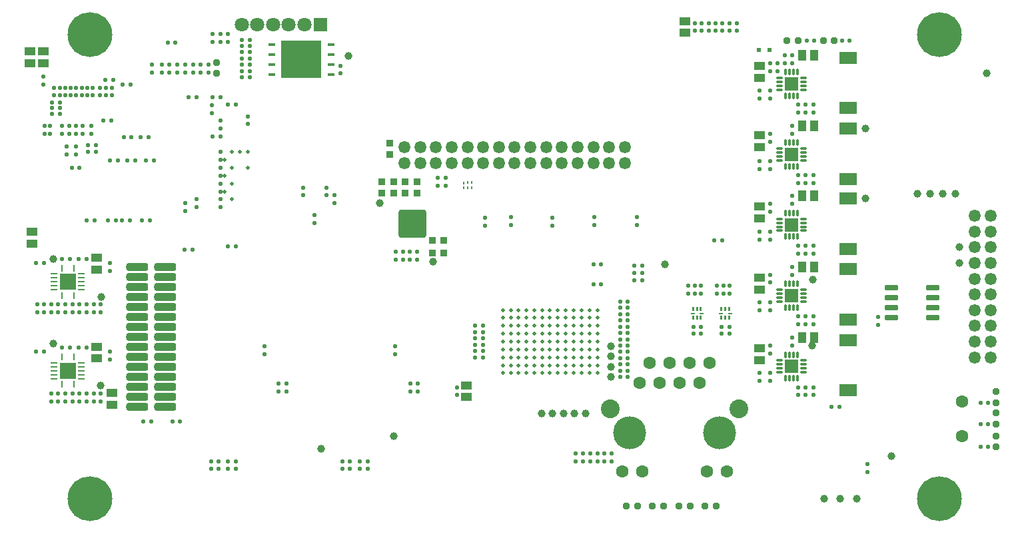
<source format=gbs>
G04*
G04 #@! TF.GenerationSoftware,Altium Limited,Altium Designer,20.2.6 (244)*
G04*
G04 Layer_Color=16711935*
%FSLAX23Y23*%
%MOIN*%
G70*
G04*
G04 #@! TF.SameCoordinates,639FE5A6-2B3C-4C9F-8317-67482E68A1A7*
G04*
G04*
G04 #@! TF.FilePolarity,Negative*
G04*
G01*
G75*
%ADD17R,0.043X0.055*%
G04:AMPARAMS|DCode=18|XSize=23mil|YSize=19mil|CornerRadius=5mil|HoleSize=0mil|Usage=FLASHONLY|Rotation=90.000|XOffset=0mil|YOffset=0mil|HoleType=Round|Shape=RoundedRectangle|*
%AMROUNDEDRECTD18*
21,1,0.023,0.009,0,0,90.0*
21,1,0.013,0.019,0,0,90.0*
1,1,0.009,0.005,0.007*
1,1,0.009,0.005,-0.007*
1,1,0.009,-0.005,-0.007*
1,1,0.009,-0.005,0.007*
%
%ADD18ROUNDEDRECTD18*%
G04:AMPARAMS|DCode=21|XSize=21mil|YSize=10mil|CornerRadius=1mil|HoleSize=0mil|Usage=FLASHONLY|Rotation=90.000|XOffset=0mil|YOffset=0mil|HoleType=Round|Shape=RoundedRectangle|*
%AMROUNDEDRECTD21*
21,1,0.021,0.007,0,0,90.0*
21,1,0.018,0.010,0,0,90.0*
1,1,0.003,0.003,0.009*
1,1,0.003,0.003,-0.009*
1,1,0.003,-0.003,-0.009*
1,1,0.003,-0.003,0.009*
%
%ADD21ROUNDEDRECTD21*%
G04:AMPARAMS|DCode=22|XSize=21mil|YSize=9mil|CornerRadius=1mil|HoleSize=0mil|Usage=FLASHONLY|Rotation=180.000|XOffset=0mil|YOffset=0mil|HoleType=Round|Shape=RoundedRectangle|*
%AMROUNDEDRECTD22*
21,1,0.021,0.007,0,0,180.0*
21,1,0.018,0.009,0,0,180.0*
1,1,0.003,-0.009,0.003*
1,1,0.003,0.009,0.003*
1,1,0.003,0.009,-0.003*
1,1,0.003,-0.009,-0.003*
%
%ADD22ROUNDEDRECTD22*%
%ADD23R,0.038X0.032*%
G04:AMPARAMS|DCode=25|XSize=23mil|YSize=19mil|CornerRadius=5mil|HoleSize=0mil|Usage=FLASHONLY|Rotation=180.000|XOffset=0mil|YOffset=0mil|HoleType=Round|Shape=RoundedRectangle|*
%AMROUNDEDRECTD25*
21,1,0.023,0.009,0,0,180.0*
21,1,0.013,0.019,0,0,180.0*
1,1,0.009,-0.007,0.005*
1,1,0.009,0.007,0.005*
1,1,0.009,0.007,-0.005*
1,1,0.009,-0.007,-0.005*
%
%ADD25ROUNDEDRECTD25*%
%ADD27R,0.032X0.038*%
%ADD28R,0.055X0.043*%
G04:AMPARAMS|DCode=30|XSize=31mil|YSize=31mil|CornerRadius=8mil|HoleSize=0mil|Usage=FLASHONLY|Rotation=270.000|XOffset=0mil|YOffset=0mil|HoleType=Round|Shape=RoundedRectangle|*
%AMROUNDEDRECTD30*
21,1,0.031,0.015,0,0,270.0*
21,1,0.015,0.031,0,0,270.0*
1,1,0.015,-0.008,-0.008*
1,1,0.015,-0.008,0.008*
1,1,0.015,0.008,0.008*
1,1,0.015,0.008,-0.008*
%
%ADD30ROUNDEDRECTD30*%
G04:AMPARAMS|DCode=38|XSize=142mil|YSize=142mil|CornerRadius=17mil|HoleSize=0mil|Usage=FLASHONLY|Rotation=180.000|XOffset=0mil|YOffset=0mil|HoleType=Round|Shape=RoundedRectangle|*
%AMROUNDEDRECTD38*
21,1,0.142,0.107,0,0,180.0*
21,1,0.107,0.142,0,0,180.0*
1,1,0.035,-0.054,0.054*
1,1,0.035,0.054,0.054*
1,1,0.035,0.054,-0.054*
1,1,0.035,-0.054,-0.054*
%
%ADD38ROUNDEDRECTD38*%
%ADD51C,0.035*%
%ADD66C,0.224*%
%ADD67C,0.028*%
%ADD68C,0.039*%
G04:AMPARAMS|DCode=69|XSize=59mil|YSize=59mil|CornerRadius=24mil|HoleSize=0mil|Usage=FLASHONLY|Rotation=270.000|XOffset=0mil|YOffset=0mil|HoleType=Round|Shape=RoundedRectangle|*
%AMROUNDEDRECTD69*
21,1,0.059,0.010,0,0,270.0*
21,1,0.010,0.059,0,0,270.0*
1,1,0.049,-0.005,-0.005*
1,1,0.049,-0.005,0.005*
1,1,0.049,0.005,0.005*
1,1,0.049,0.005,-0.005*
%
%ADD69ROUNDEDRECTD69*%
%ADD70C,0.071*%
%ADD71R,0.067X0.067*%
%ADD72C,0.063*%
%ADD73C,0.063*%
%ADD74C,0.094*%
%ADD75C,0.165*%
G04:AMPARAMS|DCode=76|XSize=59mil|YSize=59mil|CornerRadius=24mil|HoleSize=0mil|Usage=FLASHONLY|Rotation=0.000|XOffset=0mil|YOffset=0mil|HoleType=Round|Shape=RoundedRectangle|*
%AMROUNDEDRECTD76*
21,1,0.059,0.010,0,0,0.0*
21,1,0.010,0.059,0,0,0.0*
1,1,0.049,0.005,-0.005*
1,1,0.049,-0.005,-0.005*
1,1,0.049,-0.005,0.005*
1,1,0.049,0.005,0.005*
%
%ADD76ROUNDEDRECTD76*%
%ADD77C,0.020*%
%ADD111R,0.087X0.059*%
G04:AMPARAMS|DCode=112|XSize=69mil|YSize=69mil|CornerRadius=3mil|HoleSize=0mil|Usage=FLASHONLY|Rotation=90.000|XOffset=0mil|YOffset=0mil|HoleType=Round|Shape=RoundedRectangle|*
%AMROUNDEDRECTD112*
21,1,0.069,0.062,0,0,90.0*
21,1,0.062,0.069,0,0,90.0*
1,1,0.007,0.031,0.031*
1,1,0.007,0.031,-0.031*
1,1,0.007,-0.031,-0.031*
1,1,0.007,-0.031,0.031*
%
%ADD112ROUNDEDRECTD112*%
G04:AMPARAMS|DCode=113|XSize=31mil|YSize=12mil|CornerRadius=3mil|HoleSize=0mil|Usage=FLASHONLY|Rotation=90.000|XOffset=0mil|YOffset=0mil|HoleType=Round|Shape=RoundedRectangle|*
%AMROUNDEDRECTD113*
21,1,0.031,0.006,0,0,90.0*
21,1,0.026,0.012,0,0,90.0*
1,1,0.006,0.003,0.013*
1,1,0.006,0.003,-0.013*
1,1,0.006,-0.003,-0.013*
1,1,0.006,-0.003,0.013*
%
%ADD113ROUNDEDRECTD113*%
G04:AMPARAMS|DCode=114|XSize=31mil|YSize=12mil|CornerRadius=3mil|HoleSize=0mil|Usage=FLASHONLY|Rotation=180.000|XOffset=0mil|YOffset=0mil|HoleType=Round|Shape=RoundedRectangle|*
%AMROUNDEDRECTD114*
21,1,0.031,0.006,0,0,180.0*
21,1,0.026,0.012,0,0,180.0*
1,1,0.006,-0.013,0.003*
1,1,0.006,0.013,0.003*
1,1,0.006,0.013,-0.003*
1,1,0.006,-0.013,-0.003*
%
%ADD114ROUNDEDRECTD114*%
G04:AMPARAMS|DCode=115|XSize=31mil|YSize=31mil|CornerRadius=8mil|HoleSize=0mil|Usage=FLASHONLY|Rotation=180.000|XOffset=0mil|YOffset=0mil|HoleType=Round|Shape=RoundedRectangle|*
%AMROUNDEDRECTD115*
21,1,0.031,0.015,0,0,180.0*
21,1,0.015,0.031,0,0,180.0*
1,1,0.015,-0.008,0.008*
1,1,0.015,0.008,0.008*
1,1,0.015,0.008,-0.008*
1,1,0.015,-0.008,-0.008*
%
%ADD115ROUNDEDRECTD115*%
%ADD116R,0.011X0.033*%
%ADD117R,0.033X0.011*%
%ADD118R,0.081X0.081*%
%ADD119R,0.203X0.189*%
%ADD120R,0.032X0.017*%
%ADD121R,0.008X0.012*%
%ADD122R,0.008X0.014*%
G04:AMPARAMS|DCode=123|XSize=28mil|YSize=67mil|CornerRadius=7mil|HoleSize=0mil|Usage=FLASHONLY|Rotation=270.000|XOffset=0mil|YOffset=0mil|HoleType=Round|Shape=RoundedRectangle|*
%AMROUNDEDRECTD123*
21,1,0.028,0.053,0,0,270.0*
21,1,0.014,0.067,0,0,270.0*
1,1,0.014,-0.027,-0.007*
1,1,0.014,-0.027,0.007*
1,1,0.014,0.027,0.007*
1,1,0.014,0.027,-0.007*
%
%ADD123ROUNDEDRECTD123*%
%ADD124R,0.020X0.024*%
%ADD126C,0.019*%
G04:AMPARAMS|DCode=127|XSize=39mil|YSize=110mil|CornerRadius=12mil|HoleSize=0mil|Usage=FLASHONLY|Rotation=90.000|XOffset=0mil|YOffset=0mil|HoleType=Round|Shape=RoundedRectangle|*
%AMROUNDEDRECTD127*
21,1,0.039,0.087,0,0,90.0*
21,1,0.016,0.110,0,0,90.0*
1,1,0.024,0.043,0.008*
1,1,0.024,0.043,-0.008*
1,1,0.024,-0.043,-0.008*
1,1,0.024,-0.043,0.008*
%
%ADD127ROUNDEDRECTD127*%
D17*
X3919Y1280D02*
D03*
X3978D02*
D03*
X3978Y1986D02*
D03*
X3919D02*
D03*
X3919Y1634D02*
D03*
X3978D02*
D03*
X3978Y2339D02*
D03*
X3919D02*
D03*
X3919Y925D02*
D03*
X3978D02*
D03*
D18*
X1882Y882D02*
D03*
Y843D02*
D03*
X122Y2193D02*
D03*
Y2232D02*
D03*
X1008Y1657D02*
D03*
Y1697D02*
D03*
X1146Y2033D02*
D03*
Y1994D02*
D03*
X1579Y1598D02*
D03*
Y1638D02*
D03*
X4244Y252D02*
D03*
Y291D02*
D03*
X890Y1618D02*
D03*
Y1579D02*
D03*
X3350Y1185D02*
D03*
Y1146D02*
D03*
X3382D02*
D03*
Y1185D02*
D03*
X3413D02*
D03*
Y1146D02*
D03*
X3492Y1185D02*
D03*
Y1146D02*
D03*
X3524Y1185D02*
D03*
Y1146D02*
D03*
X3555D02*
D03*
Y1185D02*
D03*
X3760Y886D02*
D03*
Y846D02*
D03*
X3760Y1201D02*
D03*
Y1240D02*
D03*
X3760Y1555D02*
D03*
Y1594D02*
D03*
X3760Y748D02*
D03*
Y709D02*
D03*
X3705Y748D02*
D03*
Y709D02*
D03*
X3705Y1417D02*
D03*
Y1457D02*
D03*
X3760Y1417D02*
D03*
Y1457D02*
D03*
X792Y2252D02*
D03*
Y2291D02*
D03*
X3417Y2500D02*
D03*
Y2461D02*
D03*
X3520D02*
D03*
Y2500D02*
D03*
X3591Y2461D02*
D03*
Y2500D02*
D03*
X3382D02*
D03*
Y2461D02*
D03*
X967Y2050D02*
D03*
Y2090D02*
D03*
X4299Y1028D02*
D03*
Y988D02*
D03*
X3453Y2500D02*
D03*
Y2461D02*
D03*
X3555Y2500D02*
D03*
Y2461D02*
D03*
X3486Y2500D02*
D03*
Y2461D02*
D03*
X1008Y1815D02*
D03*
Y1854D02*
D03*
Y1579D02*
D03*
Y1618D02*
D03*
Y2012D02*
D03*
Y1972D02*
D03*
Y1736D02*
D03*
Y1776D02*
D03*
X1539Y1677D02*
D03*
Y1638D02*
D03*
X1421D02*
D03*
Y1677D02*
D03*
X1480Y1500D02*
D03*
Y1539D02*
D03*
X831Y1598D02*
D03*
Y1559D02*
D03*
X1228Y882D02*
D03*
Y843D02*
D03*
X1957Y1315D02*
D03*
Y1354D02*
D03*
X1921Y1315D02*
D03*
Y1354D02*
D03*
X2331Y1524D02*
D03*
Y1484D02*
D03*
X2461Y1528D02*
D03*
Y1488D02*
D03*
X2669Y1484D02*
D03*
Y1524D02*
D03*
X2787Y307D02*
D03*
Y346D02*
D03*
X2823Y346D02*
D03*
Y307D02*
D03*
X2858Y346D02*
D03*
Y307D02*
D03*
X2894Y307D02*
D03*
Y346D02*
D03*
X2929Y346D02*
D03*
Y307D02*
D03*
X2965D02*
D03*
Y346D02*
D03*
X2193Y638D02*
D03*
Y677D02*
D03*
X1997Y697D02*
D03*
Y657D02*
D03*
X1958Y657D02*
D03*
Y697D02*
D03*
X1300Y657D02*
D03*
Y697D02*
D03*
X1340D02*
D03*
Y657D02*
D03*
X3705Y1770D02*
D03*
Y1809D02*
D03*
X286Y1882D02*
D03*
Y1843D02*
D03*
X240D02*
D03*
Y1882D02*
D03*
X130Y1984D02*
D03*
Y1945D02*
D03*
X157Y1984D02*
D03*
Y1945D02*
D03*
X362D02*
D03*
Y1984D02*
D03*
X252Y1945D02*
D03*
Y1984D02*
D03*
X287Y1945D02*
D03*
Y1984D02*
D03*
X319Y1945D02*
D03*
Y1984D02*
D03*
X217D02*
D03*
Y1945D02*
D03*
X437Y2177D02*
D03*
Y2138D02*
D03*
X205Y2177D02*
D03*
Y2138D02*
D03*
X465Y2138D02*
D03*
Y2177D02*
D03*
X406Y2138D02*
D03*
Y2177D02*
D03*
X232Y2177D02*
D03*
Y2138D02*
D03*
X177D02*
D03*
Y2177D02*
D03*
X260D02*
D03*
Y2138D02*
D03*
X287D02*
D03*
Y2177D02*
D03*
X315Y2138D02*
D03*
Y2177D02*
D03*
X343D02*
D03*
Y2138D02*
D03*
X370D02*
D03*
Y2177D02*
D03*
X2134Y1685D02*
D03*
Y1724D02*
D03*
X2094D02*
D03*
Y1685D02*
D03*
X1992Y1315D02*
D03*
Y1354D02*
D03*
X1886D02*
D03*
Y1315D02*
D03*
X1610Y2287D02*
D03*
Y2248D02*
D03*
X910Y2291D02*
D03*
Y2252D02*
D03*
X716D02*
D03*
Y2291D02*
D03*
X1009Y2406D02*
D03*
Y2445D02*
D03*
X832Y2252D02*
D03*
Y2291D02*
D03*
X753D02*
D03*
Y2252D02*
D03*
X1047Y2445D02*
D03*
Y2406D02*
D03*
X969Y2406D02*
D03*
Y2445D02*
D03*
X871Y2252D02*
D03*
Y2291D02*
D03*
X374Y646D02*
D03*
Y606D02*
D03*
X374Y1051D02*
D03*
Y1091D02*
D03*
X3760Y1907D02*
D03*
Y1947D02*
D03*
X3760Y1102D02*
D03*
Y1063D02*
D03*
X3870Y1634D02*
D03*
Y1594D02*
D03*
X3870Y1986D02*
D03*
Y1947D02*
D03*
X3760Y2260D02*
D03*
Y2299D02*
D03*
X3870Y1280D02*
D03*
Y1240D02*
D03*
X457Y815D02*
D03*
Y854D02*
D03*
X268Y646D02*
D03*
Y606D02*
D03*
X197Y606D02*
D03*
Y646D02*
D03*
X161Y646D02*
D03*
Y606D02*
D03*
X457Y1299D02*
D03*
Y1260D02*
D03*
X268Y1051D02*
D03*
Y1091D02*
D03*
X197D02*
D03*
Y1051D02*
D03*
X161D02*
D03*
Y1091D02*
D03*
X667Y2252D02*
D03*
Y2291D02*
D03*
X3760Y1770D02*
D03*
Y1809D02*
D03*
X3870Y2299D02*
D03*
Y2339D02*
D03*
X3760Y2122D02*
D03*
Y2161D02*
D03*
X3870Y886D02*
D03*
Y925D02*
D03*
X3091Y1528D02*
D03*
Y1488D02*
D03*
X2878Y1528D02*
D03*
Y1488D02*
D03*
X3705Y2122D02*
D03*
Y2161D02*
D03*
X3705Y1102D02*
D03*
Y1063D02*
D03*
X3898Y1699D02*
D03*
Y1738D02*
D03*
X409Y606D02*
D03*
Y646D02*
D03*
X409Y1091D02*
D03*
Y1051D02*
D03*
X3937Y2051D02*
D03*
Y2091D02*
D03*
X3795Y2299D02*
D03*
Y2260D02*
D03*
X3937Y638D02*
D03*
Y677D02*
D03*
X3898Y1346D02*
D03*
Y1386D02*
D03*
X3976Y1386D02*
D03*
Y1346D02*
D03*
X3937Y1386D02*
D03*
Y1346D02*
D03*
X3976Y1699D02*
D03*
Y1738D02*
D03*
X3937Y1699D02*
D03*
Y1738D02*
D03*
X3898Y2051D02*
D03*
Y2091D02*
D03*
X303Y606D02*
D03*
Y646D02*
D03*
X232Y646D02*
D03*
Y606D02*
D03*
X339Y606D02*
D03*
Y646D02*
D03*
X303Y1091D02*
D03*
Y1051D02*
D03*
X126Y1051D02*
D03*
Y1091D02*
D03*
X232Y1091D02*
D03*
Y1051D02*
D03*
X339D02*
D03*
Y1091D02*
D03*
X3831Y2339D02*
D03*
Y2299D02*
D03*
X3976Y2091D02*
D03*
Y2051D02*
D03*
X3898Y992D02*
D03*
Y1031D02*
D03*
X3976Y1031D02*
D03*
Y992D02*
D03*
X3937Y1031D02*
D03*
Y992D02*
D03*
X3898Y677D02*
D03*
Y638D02*
D03*
X3976Y638D02*
D03*
Y677D02*
D03*
X91Y1051D02*
D03*
Y1091D02*
D03*
X949Y2252D02*
D03*
Y2291D02*
D03*
D21*
X3555Y1070D02*
D03*
X3535D02*
D03*
X3516D02*
D03*
Y1024D02*
D03*
X3535D02*
D03*
X3555D02*
D03*
X3413Y1070D02*
D03*
X3394D02*
D03*
X3374D02*
D03*
Y1024D02*
D03*
X3394D02*
D03*
X3413D02*
D03*
D22*
X3558Y1047D02*
D03*
X3512D02*
D03*
X3417Y1047D02*
D03*
X3371D02*
D03*
D23*
X1854Y1842D02*
D03*
Y1898D02*
D03*
X1815Y1705D02*
D03*
Y1649D02*
D03*
X1874Y1649D02*
D03*
Y1705D02*
D03*
X1933Y1705D02*
D03*
Y1649D02*
D03*
X1992Y1705D02*
D03*
Y1649D02*
D03*
D25*
X744Y2402D02*
D03*
X783D02*
D03*
X461Y2012D02*
D03*
X421D02*
D03*
X563Y1929D02*
D03*
X524D02*
D03*
X339Y1512D02*
D03*
X378D02*
D03*
X445D02*
D03*
X484D02*
D03*
X1085Y1382D02*
D03*
X1045D02*
D03*
X830Y1364D02*
D03*
X869D02*
D03*
X3374Y945D02*
D03*
X3413D02*
D03*
X3555Y945D02*
D03*
X3516D02*
D03*
X2874Y1193D02*
D03*
X2913D02*
D03*
X3480Y1413D02*
D03*
X3520D02*
D03*
X2913Y1291D02*
D03*
X2874D02*
D03*
X890Y2130D02*
D03*
X850D02*
D03*
X472Y2217D02*
D03*
X433D02*
D03*
X583Y1811D02*
D03*
X543D02*
D03*
X969Y2130D02*
D03*
X1008D02*
D03*
X676Y1811D02*
D03*
X637D02*
D03*
X516Y1512D02*
D03*
X555D02*
D03*
X610Y1929D02*
D03*
X650D02*
D03*
X303Y1776D02*
D03*
X264D02*
D03*
X559Y2193D02*
D03*
X520D02*
D03*
X654Y1512D02*
D03*
X614D02*
D03*
X1047Y2091D02*
D03*
X1087D02*
D03*
X969Y1933D02*
D03*
X1008D02*
D03*
X4106Y579D02*
D03*
X4067D02*
D03*
X4118Y2413D02*
D03*
X4157D02*
D03*
X4811Y378D02*
D03*
X4850D02*
D03*
X4811Y492D02*
D03*
X4850D02*
D03*
X4850Y598D02*
D03*
X4811D02*
D03*
X661Y504D02*
D03*
X622D02*
D03*
X807D02*
D03*
X768D02*
D03*
X2283Y827D02*
D03*
X2323D02*
D03*
Y858D02*
D03*
X2283D02*
D03*
X2283Y953D02*
D03*
X2323D02*
D03*
X2283Y984D02*
D03*
X2323D02*
D03*
X2323Y921D02*
D03*
X2283D02*
D03*
Y890D02*
D03*
X2323D02*
D03*
X3118Y1213D02*
D03*
X3079D02*
D03*
X1705Y268D02*
D03*
X1744D02*
D03*
X1618Y307D02*
D03*
X1657D02*
D03*
X1744Y307D02*
D03*
X1705D02*
D03*
X1047Y268D02*
D03*
X1087D02*
D03*
X1047Y307D02*
D03*
X1087D02*
D03*
X1000D02*
D03*
X961D02*
D03*
X3118Y1287D02*
D03*
X3079D02*
D03*
Y1248D02*
D03*
X3118D02*
D03*
X1114Y2228D02*
D03*
X1154D02*
D03*
X1154Y2260D02*
D03*
X1114D02*
D03*
X386Y1854D02*
D03*
X346D02*
D03*
X457Y1811D02*
D03*
X496D02*
D03*
X165Y2047D02*
D03*
X205D02*
D03*
Y2075D02*
D03*
X165D02*
D03*
X205Y2102D02*
D03*
X165D02*
D03*
X1154Y2386D02*
D03*
X1114D02*
D03*
Y2417D02*
D03*
X1154D02*
D03*
X1114Y2354D02*
D03*
X1154D02*
D03*
X126Y854D02*
D03*
X87D02*
D03*
X87Y1299D02*
D03*
X126D02*
D03*
X3047Y760D02*
D03*
X3008D02*
D03*
Y854D02*
D03*
X3047D02*
D03*
X3047Y949D02*
D03*
X3008D02*
D03*
X3008Y1043D02*
D03*
X3047D02*
D03*
X1000Y268D02*
D03*
X961D02*
D03*
X1114Y2323D02*
D03*
X1154D02*
D03*
X1114Y2291D02*
D03*
X1154D02*
D03*
X3980Y2413D02*
D03*
X3941D02*
D03*
X299Y874D02*
D03*
X339D02*
D03*
X217Y874D02*
D03*
X256D02*
D03*
X339Y1319D02*
D03*
X299D02*
D03*
X217D02*
D03*
X256D02*
D03*
X3008Y1106D02*
D03*
X3047D02*
D03*
X3047Y728D02*
D03*
X3008D02*
D03*
Y791D02*
D03*
X3047D02*
D03*
X3047Y823D02*
D03*
X3008D02*
D03*
X3008Y886D02*
D03*
X3047D02*
D03*
Y917D02*
D03*
X3008D02*
D03*
Y980D02*
D03*
X3047D02*
D03*
X3047Y1012D02*
D03*
X3008D02*
D03*
Y1075D02*
D03*
X3047D02*
D03*
X386Y1890D02*
D03*
X346D02*
D03*
X3555Y980D02*
D03*
X3516D02*
D03*
X3374Y980D02*
D03*
X3413D02*
D03*
X1657Y268D02*
D03*
X1618D02*
D03*
D27*
X2126Y1350D02*
D03*
X2070D02*
D03*
X2070Y1413D02*
D03*
X2126D02*
D03*
D28*
X3331Y2510D02*
D03*
Y2451D02*
D03*
X67Y1455D02*
D03*
Y1396D02*
D03*
X55Y2358D02*
D03*
Y2299D02*
D03*
X122D02*
D03*
Y2358D02*
D03*
X2240Y628D02*
D03*
Y687D02*
D03*
X465Y648D02*
D03*
Y589D02*
D03*
X3705Y1939D02*
D03*
Y1880D02*
D03*
X3705Y2226D02*
D03*
Y2285D02*
D03*
X3705Y1226D02*
D03*
Y1167D02*
D03*
X3705Y813D02*
D03*
Y872D02*
D03*
X390Y880D02*
D03*
Y821D02*
D03*
Y1266D02*
D03*
Y1325D02*
D03*
X3705Y1522D02*
D03*
Y1581D02*
D03*
D30*
X4889Y378D02*
D03*
Y433D02*
D03*
Y492D02*
D03*
Y548D02*
D03*
Y599D02*
D03*
Y654D02*
D03*
X988Y2303D02*
D03*
Y2248D02*
D03*
D38*
X1969Y1496D02*
D03*
D51*
X1927Y1534D02*
D03*
Y1494D02*
D03*
Y1455D02*
D03*
X1966D02*
D03*
Y1494D02*
D03*
Y1534D02*
D03*
X2006Y1455D02*
D03*
Y1494D02*
D03*
Y1534D02*
D03*
X4606Y2530D02*
D03*
Y2352D02*
D03*
X4518Y2441D02*
D03*
X4695D02*
D03*
X4547Y2372D02*
D03*
X4675Y2382D02*
D03*
X4547Y2510D02*
D03*
X4675Y2500D02*
D03*
X4537Y59D02*
D03*
X4665Y49D02*
D03*
X4537Y177D02*
D03*
X4665Y187D02*
D03*
X4518Y118D02*
D03*
X4695D02*
D03*
X4606Y207D02*
D03*
Y30D02*
D03*
X354D02*
D03*
Y207D02*
D03*
X443Y118D02*
D03*
X266D02*
D03*
X413Y187D02*
D03*
X285Y177D02*
D03*
X413Y49D02*
D03*
X285Y59D02*
D03*
X423Y2500D02*
D03*
X295Y2510D02*
D03*
X423Y2382D02*
D03*
X295Y2372D02*
D03*
X443Y2441D02*
D03*
X266D02*
D03*
X354Y2352D02*
D03*
Y2530D02*
D03*
D66*
X4606Y2441D02*
D03*
Y118D02*
D03*
X354D02*
D03*
Y2441D02*
D03*
D67*
X3850Y1120D02*
D03*
Y1151D02*
D03*
X3882D02*
D03*
Y1120D02*
D03*
X3882Y765D02*
D03*
Y797D02*
D03*
X3850D02*
D03*
Y765D02*
D03*
X3850Y1474D02*
D03*
Y1506D02*
D03*
X3882D02*
D03*
Y1474D02*
D03*
X3850Y2179D02*
D03*
Y2210D02*
D03*
X3882D02*
D03*
Y2179D02*
D03*
X3850Y1827D02*
D03*
Y1858D02*
D03*
X3882D02*
D03*
Y1827D02*
D03*
D68*
X1650Y2335D02*
D03*
X2835Y547D02*
D03*
X2614D02*
D03*
X2669D02*
D03*
X2724D02*
D03*
X2780D02*
D03*
X2961Y728D02*
D03*
X4622Y1646D02*
D03*
X4110Y118D02*
D03*
X3232Y1293D02*
D03*
X4236Y1622D02*
D03*
Y1972D02*
D03*
X4559Y1646D02*
D03*
X4496D02*
D03*
X4843Y2248D02*
D03*
X2961Y882D02*
D03*
Y831D02*
D03*
Y780D02*
D03*
X1807Y1598D02*
D03*
X4705Y1378D02*
D03*
X2071Y1307D02*
D03*
X3969Y886D02*
D03*
X3972Y1217D02*
D03*
X173Y1319D02*
D03*
Y894D02*
D03*
X4705Y1299D02*
D03*
X4028Y118D02*
D03*
X4366Y331D02*
D03*
X409Y685D02*
D03*
X4685Y1646D02*
D03*
X411Y1130D02*
D03*
X4193Y118D02*
D03*
X1874Y433D02*
D03*
X1512Y370D02*
D03*
D69*
X4783Y827D02*
D03*
Y906D02*
D03*
Y984D02*
D03*
Y1063D02*
D03*
X4862Y827D02*
D03*
Y906D02*
D03*
Y984D02*
D03*
Y1063D02*
D03*
X4783Y1142D02*
D03*
Y1220D02*
D03*
Y1299D02*
D03*
Y1378D02*
D03*
Y1457D02*
D03*
Y1535D02*
D03*
X4862Y1142D02*
D03*
Y1220D02*
D03*
Y1299D02*
D03*
Y1378D02*
D03*
Y1457D02*
D03*
Y1535D02*
D03*
D70*
X1114Y2492D02*
D03*
X1350D02*
D03*
X1272D02*
D03*
X1193D02*
D03*
X1429D02*
D03*
D71*
X1508D02*
D03*
D72*
X4719Y431D02*
D03*
Y605D02*
D03*
D73*
X3541Y256D02*
D03*
X3455Y799D02*
D03*
X3019Y256D02*
D03*
X3441D02*
D03*
X3355Y799D02*
D03*
X3255D02*
D03*
X3205Y699D02*
D03*
X3155Y799D02*
D03*
X3105Y699D02*
D03*
X3305D02*
D03*
X3405D02*
D03*
X3119Y256D02*
D03*
D74*
X2959Y569D02*
D03*
X3601D02*
D03*
D75*
X3505Y449D02*
D03*
X3055D02*
D03*
D76*
X3031Y1799D02*
D03*
Y1878D02*
D03*
X1929Y1799D02*
D03*
X2008D02*
D03*
X2087D02*
D03*
X2165D02*
D03*
X2244D02*
D03*
X2323D02*
D03*
X1929Y1878D02*
D03*
X2008D02*
D03*
X2087D02*
D03*
X2165D02*
D03*
X2244D02*
D03*
X2323D02*
D03*
X2402Y1799D02*
D03*
X2480D02*
D03*
X2559D02*
D03*
X2638D02*
D03*
X2402Y1878D02*
D03*
X2480D02*
D03*
X2559D02*
D03*
X2638D02*
D03*
X2717Y1799D02*
D03*
X2795D02*
D03*
X2874D02*
D03*
X2953D02*
D03*
X2717Y1878D02*
D03*
X2795D02*
D03*
X2874D02*
D03*
X2953D02*
D03*
D77*
X1106Y1854D02*
D03*
X1028Y1657D02*
D03*
Y1736D02*
D03*
Y1815D02*
D03*
X1146Y1776D02*
D03*
X1067Y1618D02*
D03*
Y1697D02*
D03*
Y1776D02*
D03*
X1146Y1854D02*
D03*
X1067D02*
D03*
D111*
X4150Y2075D02*
D03*
Y2327D02*
D03*
X4150Y1720D02*
D03*
Y1972D02*
D03*
X4150Y1370D02*
D03*
Y1622D02*
D03*
X4150Y1268D02*
D03*
Y1016D02*
D03*
X4150Y661D02*
D03*
Y913D02*
D03*
D112*
X3866Y1135D02*
D03*
X3866Y781D02*
D03*
X3866Y1490D02*
D03*
X3866Y2194D02*
D03*
X3866Y1843D02*
D03*
D113*
X3896Y1194D02*
D03*
X3876D02*
D03*
X3856D02*
D03*
X3837D02*
D03*
Y1076D02*
D03*
X3856D02*
D03*
X3876D02*
D03*
X3896D02*
D03*
X3896Y722D02*
D03*
X3876D02*
D03*
X3856D02*
D03*
X3837D02*
D03*
Y840D02*
D03*
X3856D02*
D03*
X3876D02*
D03*
X3896D02*
D03*
X3896Y1549D02*
D03*
X3876D02*
D03*
X3856D02*
D03*
X3837D02*
D03*
Y1431D02*
D03*
X3856D02*
D03*
X3876D02*
D03*
X3896D02*
D03*
X3896Y2254D02*
D03*
X3876D02*
D03*
X3856D02*
D03*
X3837D02*
D03*
Y2135D02*
D03*
X3856D02*
D03*
X3876D02*
D03*
X3896D02*
D03*
X3896Y1902D02*
D03*
X3876D02*
D03*
X3856D02*
D03*
X3837D02*
D03*
Y1783D02*
D03*
X3856D02*
D03*
X3876D02*
D03*
X3896D02*
D03*
D114*
X3807Y1165D02*
D03*
Y1145D02*
D03*
Y1126D02*
D03*
Y1106D02*
D03*
X3925D02*
D03*
Y1126D02*
D03*
Y1145D02*
D03*
Y1165D02*
D03*
X3925Y811D02*
D03*
Y791D02*
D03*
Y771D02*
D03*
Y752D02*
D03*
X3807D02*
D03*
Y771D02*
D03*
Y791D02*
D03*
Y811D02*
D03*
X3807Y1520D02*
D03*
Y1500D02*
D03*
Y1480D02*
D03*
Y1461D02*
D03*
X3925D02*
D03*
Y1480D02*
D03*
Y1500D02*
D03*
Y1520D02*
D03*
X3807Y2224D02*
D03*
Y2204D02*
D03*
Y2185D02*
D03*
Y2165D02*
D03*
X3925D02*
D03*
Y2185D02*
D03*
Y2204D02*
D03*
Y2224D02*
D03*
X3807Y1872D02*
D03*
Y1852D02*
D03*
Y1833D02*
D03*
Y1813D02*
D03*
X3925D02*
D03*
Y1833D02*
D03*
Y1852D02*
D03*
Y1872D02*
D03*
D115*
X4024Y2413D02*
D03*
X4079D02*
D03*
X3433Y83D02*
D03*
X3488D02*
D03*
X3358D02*
D03*
X3303D02*
D03*
X3224Y83D02*
D03*
X3169D02*
D03*
X3039Y83D02*
D03*
X3094D02*
D03*
X3898Y2413D02*
D03*
X3843D02*
D03*
D116*
X274Y1273D02*
D03*
Y1137D02*
D03*
X215D02*
D03*
Y1273D02*
D03*
Y828D02*
D03*
Y692D02*
D03*
X274D02*
D03*
Y828D02*
D03*
D117*
X312Y1244D02*
D03*
Y1224D02*
D03*
Y1205D02*
D03*
Y1185D02*
D03*
Y1165D02*
D03*
X176D02*
D03*
Y1185D02*
D03*
Y1205D02*
D03*
Y1224D02*
D03*
Y1244D02*
D03*
Y799D02*
D03*
Y780D02*
D03*
Y760D02*
D03*
Y740D02*
D03*
Y720D02*
D03*
X312D02*
D03*
Y740D02*
D03*
Y760D02*
D03*
Y780D02*
D03*
Y799D02*
D03*
D118*
X244Y1205D02*
D03*
X244Y760D02*
D03*
D119*
X1413Y2318D02*
D03*
D120*
X1563Y2243D02*
D03*
Y2293D02*
D03*
Y2343D02*
D03*
Y2393D02*
D03*
X1264D02*
D03*
Y2343D02*
D03*
Y2293D02*
D03*
Y2243D02*
D03*
D121*
X2224Y1677D02*
D03*
X2244D02*
D03*
X2264D02*
D03*
Y1701D02*
D03*
X2244D02*
D03*
D122*
X2224Y1700D02*
D03*
D123*
X4571Y1177D02*
D03*
Y1127D02*
D03*
Y1077D02*
D03*
Y1027D02*
D03*
X4366Y1177D02*
D03*
Y1127D02*
D03*
Y1077D02*
D03*
Y1027D02*
D03*
D124*
X3701Y2366D02*
D03*
X3756D02*
D03*
D126*
X2894Y748D02*
D03*
Y787D02*
D03*
Y827D02*
D03*
Y866D02*
D03*
Y906D02*
D03*
Y945D02*
D03*
Y984D02*
D03*
Y1024D02*
D03*
Y1063D02*
D03*
X2854Y748D02*
D03*
Y787D02*
D03*
Y827D02*
D03*
Y866D02*
D03*
Y906D02*
D03*
Y945D02*
D03*
Y984D02*
D03*
Y1024D02*
D03*
Y1063D02*
D03*
X2815Y748D02*
D03*
Y787D02*
D03*
Y827D02*
D03*
Y866D02*
D03*
Y906D02*
D03*
Y945D02*
D03*
Y984D02*
D03*
Y1024D02*
D03*
Y1063D02*
D03*
X2776Y748D02*
D03*
Y787D02*
D03*
Y827D02*
D03*
Y866D02*
D03*
Y906D02*
D03*
Y945D02*
D03*
Y984D02*
D03*
Y1024D02*
D03*
Y1063D02*
D03*
X2736Y748D02*
D03*
Y787D02*
D03*
Y827D02*
D03*
Y866D02*
D03*
Y906D02*
D03*
Y945D02*
D03*
Y984D02*
D03*
Y1024D02*
D03*
Y1063D02*
D03*
X2697Y748D02*
D03*
Y787D02*
D03*
Y827D02*
D03*
Y866D02*
D03*
Y906D02*
D03*
Y945D02*
D03*
Y984D02*
D03*
Y1024D02*
D03*
Y1063D02*
D03*
X2657Y748D02*
D03*
Y787D02*
D03*
Y827D02*
D03*
Y866D02*
D03*
Y906D02*
D03*
Y945D02*
D03*
Y984D02*
D03*
Y1024D02*
D03*
Y1063D02*
D03*
X2618Y748D02*
D03*
Y787D02*
D03*
Y827D02*
D03*
Y866D02*
D03*
Y906D02*
D03*
Y945D02*
D03*
Y984D02*
D03*
Y1024D02*
D03*
Y1063D02*
D03*
X2579Y748D02*
D03*
Y787D02*
D03*
Y827D02*
D03*
Y866D02*
D03*
Y906D02*
D03*
Y945D02*
D03*
Y984D02*
D03*
Y1024D02*
D03*
Y1063D02*
D03*
X2539Y748D02*
D03*
Y787D02*
D03*
Y827D02*
D03*
Y866D02*
D03*
Y906D02*
D03*
Y945D02*
D03*
Y984D02*
D03*
Y1024D02*
D03*
Y1063D02*
D03*
X2500Y748D02*
D03*
Y787D02*
D03*
Y827D02*
D03*
Y866D02*
D03*
Y906D02*
D03*
Y945D02*
D03*
Y984D02*
D03*
Y1024D02*
D03*
Y1063D02*
D03*
X2461Y748D02*
D03*
Y787D02*
D03*
Y827D02*
D03*
Y866D02*
D03*
Y906D02*
D03*
Y945D02*
D03*
Y984D02*
D03*
Y1024D02*
D03*
Y1063D02*
D03*
X2421Y748D02*
D03*
Y787D02*
D03*
Y827D02*
D03*
Y866D02*
D03*
Y906D02*
D03*
Y945D02*
D03*
Y984D02*
D03*
Y1024D02*
D03*
Y1063D02*
D03*
D127*
X732Y878D02*
D03*
Y628D02*
D03*
X591D02*
D03*
Y678D02*
D03*
Y778D02*
D03*
Y878D02*
D03*
Y928D02*
D03*
Y1028D02*
D03*
Y1078D02*
D03*
Y1178D02*
D03*
Y1278D02*
D03*
Y578D02*
D03*
Y728D02*
D03*
Y828D02*
D03*
Y978D02*
D03*
Y1128D02*
D03*
Y1228D02*
D03*
X732Y578D02*
D03*
Y728D02*
D03*
Y778D02*
D03*
Y828D02*
D03*
Y928D02*
D03*
Y978D02*
D03*
Y1028D02*
D03*
Y1078D02*
D03*
Y1128D02*
D03*
Y1178D02*
D03*
Y1228D02*
D03*
Y1278D02*
D03*
Y678D02*
D03*
M02*

</source>
